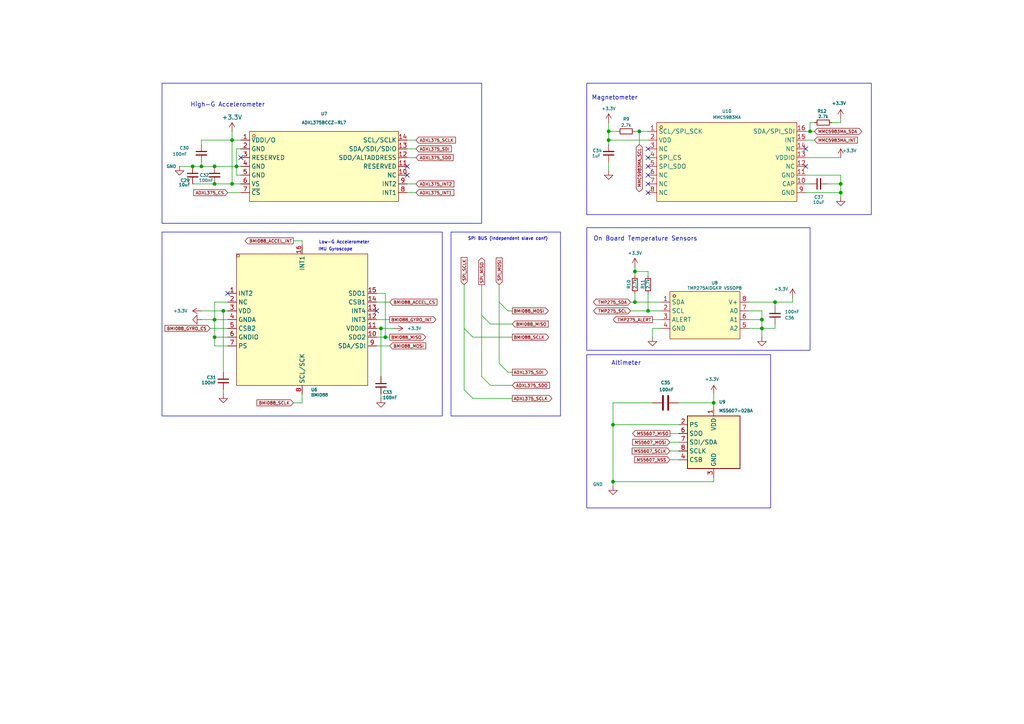
<source format=kicad_sch>
(kicad_sch (version 20250114) (generator "eeschema") (generator_version "9.0")
  (paper "A4")
  (title_block (title "Sensors") (date "2024-09-06") (rev "Tokyo") (company "CUHAR"))
  (lib_symbols
    (symbol "Device:C" (pin_numbers (hide yes)) (pin_names (offset 0.254))
      (property "Reference" "C" (at 0.635 2.54 0))
      (property "Value" "C" (at 0.635 -2.54 0))
      (symbol "C_0_1"
        (polyline (pts (xy -2.032 0.762) (xy 2.032 0.762)) (stroke (width 0.508)))
        (polyline (pts (xy -2.032 -0.762) (xy 2.032 -0.762)) (stroke (width 0.508)))
      )
      (symbol "C_1_1"
        (pin passive line (at 0 3.81 270) (length 2.794) (name "~") (number "1"))
        (pin passive line (at 0 -3.81 90) (length 2.794) (name "~") (number "2"))
      )
    )
    (symbol "Device:C_Small" (pin_numbers (hide yes)) (pin_names (offset 0.254) (hide yes))
      (property "Reference" "C" (at 0.254 1.778 0))
      (property "Value" "C_Small" (at 0.254 -2.032 0))
      (symbol "C_Small_0_1"
        (polyline (pts (xy -1.524 0.508) (xy 1.524 0.508)) (stroke (width 0.3048)))
        (polyline (pts (xy -1.524 -0.508) (xy 1.524 -0.508)) (stroke (width 0.3302)))
      )
      (symbol "C_Small_1_1"
        (pin passive line (at 0 2.54 270) (length 2.032) (name "~") (number "1"))
        (pin passive line (at 0 -2.54 90) (length 2.032) (name "~") (number "2"))
      )
    )
    (symbol "Device:R_Small" (pin_numbers (hide yes)) (pin_names (offset 0.254) (hide yes))
      (property "Reference" "R" (at 0.762 0.508 0))
      (property "Value" "R_Small" (at 0.762 -1.016 0))
      (symbol "R_Small_0_1"
        (rectangle (start -0.762 1.778) (end 0.762 -1.778) (stroke (width 0.2032)))
      )
      (symbol "R_Small_1_1"
        (pin passive line (at 0 2.54 270) (length 0.762) (name "~") (number "1"))
        (pin passive line (at 0 -2.54 90) (length 0.762) (name "~") (number "2"))
      )
    )
    (symbol "EasyEDA:ADXL375BCCZ-RL7"
      (property "Reference" "U" (at 0 12.7 0))
      (property "Value" "ADXL375BCCZ-RL7" (at 0 -12.7 0))
      (symbol "ADXL375BCCZ-RL7_0_1"
        (rectangle (start -21.59 10.16) (end 21.59 -10.16) (fill (type background)))
        (circle (center -20.32 8.89) (radius 0.38))
        (pin unspecified line (at -24.13 7.62 0) (length 2.54) (name "VDDI/O") (number "1"))
        (pin unspecified line (at -24.13 5.08 0) (length 2.54) (name "GND") (number "2"))
        (pin unspecified line (at -24.13 2.54 0) (length 2.54) (name "RESERVED") (number "3"))
        (pin unspecified line (at -24.13 0 0) (length 2.54) (name "GND") (number "4"))
        (pin unspecified line (at -24.13 -2.54 0) (length 2.54) (name "GND") (number "5"))
        (pin unspecified line (at -24.13 -5.08 0) (length 2.54) (name "VS") (number "6"))
        (pin unspecified line (at -24.13 -7.62 0) (length 2.54) (name "~{CS}") (number "7"))
        (pin unspecified line (at 24.13 7.62 180) (length 2.54) (name "SCL/SCLK") (number "14"))
        (pin unspecified line (at 24.13 5.08 180) (length 2.54) (name "SDA/SDI/SDIO") (number "13"))
        (pin unspecified line (at 24.13 2.54 180) (length 2.54) (name "SDO/ALTADDRESS") (number "12"))
        (pin unspecified line (at 24.13 0 180) (length 2.54) (name "RESERVED") (number "11"))
        (pin unspecified line (at 24.13 -2.54 180) (length 2.54) (name "NC") (number "10"))
        (pin unspecified line (at 24.13 -5.08 180) (length 2.54) (name "INT2") (number "9"))
        (pin unspecified line (at 24.13 -7.62 180) (length 2.54) (name "INT1") (number "8"))
      )
    )
    (symbol "EasyEDA:BMI088"
      (property "Reference" "U" (at 0 26.67 0))
      (property "Value" "BMI088" (at 0 -26.67 0))
      (symbol "BMI088_0_1"
        (rectangle (start -19.05 19.05) (end 19.05 -19.05) (fill (type background)))
        (circle (center -18.54 18.54) (radius 0.38))
        (pin unspecified line (at -21.59 7.62 0) (length 2.54) (name "INT2") (number "1"))
        (pin unspecified line (at -21.59 5.08 0) (length 2.54) (name "NC") (number "2"))
        (pin unspecified line (at -21.59 2.54 0) (length 2.54) (name "VDD") (number "3"))
        (pin unspecified line (at -21.59 0 0) (length 2.54) (name "GNDA") (number "4"))
        (pin unspecified line (at -21.59 -2.54 0) (length 2.54) (name "CSB2") (number "5"))
        (pin unspecified line (at -21.59 -5.08 0) (length 2.54) (name "GNDIO") (number "6"))
        (pin unspecified line (at -21.59 -7.62 0) (length 2.54) (name "PS") (number "7"))
        (pin unspecified line (at 0 21.59 270) (length 2.54) (name "INT1") (number "16"))
        (pin unspecified line (at 0 -21.59 90) (length 2.54) (name "SCL/SCK") (number "8"))
        (pin unspecified line (at 21.59 7.62 180) (length 2.54) (name "SDO1") (number "15"))
        (pin unspecified line (at 21.59 5.08 180) (length 2.54) (name "CSB1") (number "14"))
        (pin unspecified line (at 21.59 2.54 180) (length 2.54) (name "INT4") (number "13"))
        (pin unspecified line (at 21.59 0 180) (length 2.54) (name "INT3") (number "12"))
        (pin unspecified line (at 21.59 -2.54 180) (length 2.54) (name "VDDIO") (number "11"))
        (pin unspecified line (at 21.59 -5.08 180) (length 2.54) (name "SDO2") (number "10"))
        (pin unspecified line (at 21.59 -7.62 180) (length 2.54) (name "SDA/SDI") (number "9"))
      )
    )
    (symbol "EasyEDA:MMC5983MA"
      (property "Reference" "U" (at 0 13.97 0))
      (property "Value" "MMC5983MA" (at 0 -13.97 0))
      (symbol "MMC5983MA_0_1"
        (rectangle (start -20.32 11.43) (end 20.32 -11.43) (fill (type background)))
        (circle (center -19.05 10.16) (radius 0.38))
        (pin unspecified line (at -22.86 8.89 0) (length 2.54) (name "SCL/SPI_SCK") (number "1"))
        (pin unspecified line (at -22.86 6.35 0) (length 2.54) (name "VDD") (number "2"))
        (pin unspecified line (at -22.86 3.81 0) (length 2.54) (name "NC") (number "3"))
        (pin unspecified line (at -22.86 1.27 0) (length 2.54) (name "SPI_CS") (number "4"))
        (pin unspecified line (at -22.86 -1.27 0) (length 2.54) (name "SPI_SDO") (number "5"))
        (pin unspecified line (at -22.86 -3.81 0) (length 2.54) (name "NC") (number "6"))
        (pin unspecified line (at -22.86 -6.35 0) (length 2.54) (name "NC") (number "7"))
        (pin unspecified line (at -22.86 -8.89 0) (length 2.54) (name "NC") (number "8"))
        (pin unspecified line (at 22.86 8.89 180) (length 2.54) (name "SDA/SPI_SDI") (number "16"))
        (pin unspecified line (at 22.86 6.35 180) (length 2.54) (name "INT") (number "15"))
        (pin unspecified line (at 22.86 3.81 180) (length 2.54) (name "NC") (number "14"))
        (pin unspecified line (at 22.86 1.27 180) (length 2.54) (name "VDDIO") (number "13"))
        (pin unspecified line (at 22.86 -1.27 180) (length 2.54) (name "NC") (number "12"))
        (pin unspecified line (at 22.86 -3.81 180) (length 2.54) (name "GND") (number "11"))
        (pin unspecified line (at 22.86 -6.35 180) (length 2.54) (name "CAP") (number "10"))
        (pin unspecified line (at 22.86 -8.89 180) (length 2.54) (name "GND") (number "9"))
      )
    )
    (symbol "EasyEDA:TMP275AIDGKRVSSOP8"
      (property "Reference" "U" (at 0 8.89 0))
      (property "Value" "TMP275AIDGKR VSSOP8" (at 0 -8.89 0))
      (symbol "TMP275AIDGKRVSSOP8_0_1"
        (rectangle (start -10.16 6.86) (end 10.16 -6.86) (fill (type background)))
        (circle (center -8.89 5.59) (radius 0.38))
        (circle (center -8.89 5.59) (radius 0.38))
        (pin unspecified line (at -12.7 3.81 0) (length 2.54) (name "SDA") (number "1"))
        (pin unspecified line (at -12.7 1.27 0) (length 2.54) (name "SCL") (number "2"))
        (pin unspecified line (at -12.7 -1.27 0) (length 2.54) (name "ALERT") (number "3"))
        (pin unspecified line (at -12.7 -3.81 0) (length 2.54) (name "GND") (number "4"))
        (pin unspecified line (at 12.7 3.81 180) (length 2.54) (name "V+") (number "8"))
        (pin unspecified line (at 12.7 1.27 180) (length 2.54) (name "A0") (number "7"))
        (pin unspecified line (at 12.7 -1.27 180) (length 2.54) (name "A1") (number "6"))
        (pin unspecified line (at 12.7 -3.81 180) (length 2.54) (name "A2") (number "5"))
      )
    )
    (symbol "Sensor_Pressure:MS5607-02BA"
      (property "Reference" "U" (at -6.35 8.89 0))
      (property "Value" "MS5607-02BA" (at 7.62 8.89 0))
      (symbol "MS5607-02BA_0_1"
        (rectangle (start -7.62 7.62) (end 7.62 -7.62) (stroke (width 0.254)) (fill (type background)))
      )
      (symbol "MS5607-02BA_1_1"
        (pin input line (at -10.16 5.08 0) (length 2.54) (name "PS") (number "2"))
        (pin output line (at -10.16 2.54 0) (length 2.54) (name "SDO") (number "6"))
        (pin bidirectional line (at -10.16 0 0) (length 2.54) (name "SDI/SDA") (number "7"))
        (pin input line (at -10.16 -2.54 0) (length 2.54) (name "SCLK") (number "8"))
        (pin input line (at -10.16 -5.08 0) (length 2.54) (name "CSB") (number "4"))
        (pin input line (at -10.16 -5.08 0) (length 2.54) (hide yes) (name "CSB") (number "5"))
        (pin power_in line (at 0 10.16 270) (length 2.54) (name "VDD") (number "1"))
        (pin power_in line (at 0 -10.16 90) (length 2.54) (name "GND") (number "3"))
      )
    )
    (symbol "power:+3.3V" (power) (pin_numbers (hide yes)) (pin_names (offset 0) (hide yes))
      (property "Value" "+3.3V" (at 0 3.556 0))
      (symbol "+3.3V_0_1"
        (polyline (pts (xy -0.762 1.27) (xy 0 2.54)))
        (polyline (pts (xy 0 2.54) (xy 0.762 1.27)))
        (polyline (pts (xy 0 0) (xy 0 2.54)))
      )
      (symbol "+3.3V_1_1"
        (pin power_in line (at 0 0 90) (length 0) (name "~") (number "1"))
      )
    )
    (symbol "power:GND" (power) (pin_numbers (hide yes)) (pin_names (offset 0) (hide yes))
      (property "Value" "GND" (at 0 -3.81 0))
      (symbol "GND_0_1"
        (polyline (pts (xy 0 0) (xy 0 -1.27) (xy 1.27 -1.27) (xy 0 -2.54) (xy -1.27 -1.27) (xy 0 -1.27)))
      )
      (symbol "GND_1_1"
        (pin power_in line (at 0 0 270) (length 0) (name "~") (number "1"))
      )
    )
  )
  (rectangle (start 170.18 24.13) (end 252.73 62.23))
  (rectangle (start 46.99 24.13) (end 139.7 64.77))
  (rectangle (start 46.99 67.31) (end 128.27 120.65))
  (rectangle (start 130.81 67.31) (end 162.56 120.65))
  (rectangle (start 170.18 102.87) (end 223.52 147.32))
  (rectangle (start 170.18 66.04) (end 234.95 101.6))
  (text "Altimeter" (at 181.61 105.41 0) (effects (font (size 1.27 1.27))))
  (text "Low-G Accelerometer" (at 99.822 70.358 0) (effects (font (size 0.889 0.889))))
  (text "On Board Temperature Sensors" (at 187.198 69.342 0) (effects (font (size 1.27 1.27))))
  (text "Magnetometer" (at 178.308 28.448 0) (effects (font (size 1.27 1.27))))
  (text "SPI BUS (Independent slave conf)" (at 147.32 69.342 0) (effects (font (size 0.889 0.889))))
  (text "High-G Accelerometer" (at 66.04 30.48 0) (effects (font (size 1.27 1.27))))
  (text "IMU Gyroscope" (at 97.282 72.39 0) (effects (font (size 0.889 0.889))))
  (junction (at 220.98 95.25))
  (junction (at 184.15 87.63))
  (junction (at 62.23 92.71))
  (junction (at 243.84 55.88))
  (junction (at 220.98 92.71))
  (junction (at 176.53 38.1))
  (junction (at 207.01 116.84))
  (junction (at 64.77 90.17))
  (junction (at 177.8 139.7))
  (junction (at 187.96 90.17))
  (junction (at 177.8 123.19))
  (junction (at 58.42 48.26))
  (junction (at 55.88 48.26))
  (junction (at 176.53 40.64))
  (junction (at 224.79 87.63))
  (junction (at 62.23 97.79))
  (junction (at 243.84 53.34))
  (junction (at 62.23 53.34))
  (junction (at 67.31 40.64))
  (junction (at 67.31 53.34))
  (junction (at 184.15 78.74))
  (junction (at 68.58 48.26))
  (junction (at 185.42 38.1))
  (junction (at 234.95 38.1))
  (junction (at 110.49 95.25))
  (junction (at 111.76 97.79))
  (junction (at 62.23 48.26))
  (no_connect (at 187.96 48.26))
  (no_connect (at 187.96 45.72))
  (no_connect (at 118.11 50.8))
  (no_connect (at 187.96 43.18))
  (no_connect (at 69.85 45.72))
  (no_connect (at 66.04 85.09))
  (no_connect (at 233.68 48.26))
  (no_connect (at 187.96 55.88))
  (no_connect (at 109.22 90.17))
  (no_connect (at 233.68 43.18))
  (no_connect (at 187.96 50.8))
  (no_connect (at 118.11 48.26))
  (no_connect (at 187.96 53.34))
  (bus_entry (at 134.62 113.03) (size 2.54 2.54))
  (bus_entry (at 144.78 87.63) (size 2.54 2.54))
  (bus_entry (at 139.7 91.44) (size 2.54 2.54))
  (bus_entry (at 134.62 95.25) (size 2.54 2.54))
  (bus_entry (at 144.78 105.41) (size 2.54 2.54))
  (bus_entry (at 139.7 109.22) (size 2.54 2.54))
  (wire (pts (xy 110.49 95.25) (xy 114.3 95.25)))
  (wire (pts (xy 67.31 40.64) (xy 67.31 53.34)))
  (wire (pts (xy 243.84 55.88) (xy 243.84 57.15)))
  (wire (pts (xy 240.03 53.34) (xy 243.84 53.34)))
  (wire (pts (xy 243.84 34.29) (xy 243.84 35.56)))
  (wire (pts (xy 176.53 38.1) (xy 176.53 40.64)))
  (wire (pts (xy 176.53 35.56) (xy 176.53 38.1)))
  (wire (pts (xy 68.58 48.26) (xy 68.58 50.8)))
  (wire (pts (xy 220.98 95.25) (xy 224.79 95.25)))
  (wire (pts (xy 58.42 46.99) (xy 58.42 48.26)))
  (wire (pts (xy 67.31 53.34) (xy 69.85 53.34)))
  (wire (pts (xy 142.24 111.76) (xy 148.59 111.76)))
  (wire (pts (xy 182.88 90.17) (xy 187.96 90.17)))
  (wire (pts (xy 196.85 123.19) (xy 177.8 123.19)))
  (wire (pts (xy 66.04 87.63) (xy 62.23 87.63)))
  (wire (pts (xy 85.09 69.85) (xy 87.63 69.85)))
  (wire (pts (xy 207.01 116.84) (xy 207.01 118.11)))
  (wire (pts (xy 224.79 87.63) (xy 229.87 87.63)))
  (wire (pts (xy 220.98 92.71) (xy 220.98 95.25)))
  (wire (pts (xy 111.76 97.79) (xy 109.22 97.79)))
  (wire (pts (xy 87.63 116.84) (xy 87.63 114.3)))
  (wire (pts (xy 184.15 38.1) (xy 185.42 38.1)))
  (wire (pts (xy 62.23 92.71) (xy 66.04 92.71)))
  (wire (pts (xy 189.23 92.71) (xy 191.77 92.71)))
  (wire (pts (xy 217.17 92.71) (xy 220.98 92.71)))
  (wire (pts (xy 87.63 69.85) (xy 87.63 71.12)))
  (wire (pts (xy 142.24 93.98) (xy 148.59 93.98)))
  (wire (pts (xy 217.17 90.17) (xy 220.98 90.17)))
  (wire (pts (xy 58.42 90.17) (xy 64.77 90.17)))
  (wire (pts (xy 243.84 35.56) (xy 241.3 35.56)))
  (wire (pts (xy 224.79 88.9) (xy 224.79 87.63)))
  (wire (pts (xy 177.8 123.19) (xy 177.8 116.84)))
  (wire (pts (xy 69.85 40.64) (xy 67.31 40.64)))
  (wire (pts (xy 62.23 87.63) (xy 62.23 92.71)))
  (wire (pts (xy 139.7 82.55) (xy 139.7 91.44)))
  (wire (pts (xy 176.53 38.1) (xy 179.07 38.1)))
  (wire (pts (xy 177.8 139.7) (xy 177.8 123.19)))
  (wire (pts (xy 55.88 48.26) (xy 58.42 48.26)))
  (wire (pts (xy 177.8 139.7) (xy 207.01 139.7)))
  (wire (pts (xy 64.77 90.17) (xy 66.04 90.17)))
  (wire (pts (xy 184.15 78.74) (xy 187.96 78.74)))
  (wire (pts (xy 177.8 116.84) (xy 189.23 116.84)))
  (wire (pts (xy 109.22 87.63) (xy 113.03 87.63)))
  (wire (pts (xy 184.15 77.47) (xy 184.15 78.74)))
  (wire (pts (xy 233.68 45.72) (xy 243.84 45.72)))
  (wire (pts (xy 109.22 95.25) (xy 110.49 95.25)))
  (wire (pts (xy 134.62 82.55) (xy 134.62 95.25)))
  (wire (pts (xy 58.42 40.64) (xy 58.42 41.91)))
  (wire (pts (xy 176.53 40.64) (xy 176.53 41.91)))
  (wire (pts (xy 176.53 46.99) (xy 176.53 49.53)))
  (wire (pts (xy 110.49 114.3) (xy 110.49 115.57)))
  (wire (pts (xy 187.96 90.17) (xy 191.77 90.17)))
  (wire (pts (xy 68.58 48.26) (xy 69.85 48.26)))
  (wire (pts (xy 118.11 40.64) (xy 120.65 40.64)))
  (wire (pts (xy 118.11 45.72) (xy 120.65 45.72)))
  (wire (pts (xy 194.31 130.81) (xy 196.85 130.81)))
  (wire (pts (xy 207.01 138.43) (xy 207.01 139.7)))
  (wire (pts (xy 118.11 43.18) (xy 120.65 43.18)))
  (wire (pts (xy 85.09 116.84) (xy 87.63 116.84)))
  (wire (pts (xy 233.68 55.88) (xy 243.84 55.88)))
  (wire (pts (xy 66.04 55.88) (xy 69.85 55.88)))
  (wire (pts (xy 111.76 85.09) (xy 111.76 97.79)))
  (wire (pts (xy 233.68 38.1) (xy 234.95 38.1)))
  (wire (pts (xy 229.87 87.63) (xy 229.87 86.36)))
  (wire (pts (xy 224.79 93.98) (xy 224.79 95.25)))
  (wire (pts (xy 67.31 38.1) (xy 67.31 40.64)))
  (wire (pts (xy 184.15 78.74) (xy 184.15 80.01)))
  (wire (pts (xy 187.96 85.09) (xy 187.96 90.17)))
  (wire (pts (xy 68.58 43.18) (xy 68.58 48.26)))
  (wire (pts (xy 60.96 95.25) (xy 66.04 95.25)))
  (wire (pts (xy 137.16 97.79) (xy 148.59 97.79)))
  (wire (pts (xy 233.68 50.8) (xy 243.84 50.8)))
  (wire (pts (xy 233.68 40.64) (xy 236.22 40.64)))
  (wire (pts (xy 189.23 95.25) (xy 189.23 97.79)))
  (wire (pts (xy 68.58 50.8) (xy 69.85 50.8)))
  (wire (pts (xy 144.78 82.55) (xy 144.78 87.63)))
  (wire (pts (xy 207.01 114.3) (xy 207.01 116.84)))
  (wire (pts (xy 55.88 53.34) (xy 62.23 53.34)))
  (wire (pts (xy 109.22 85.09) (xy 111.76 85.09)))
  (wire (pts (xy 58.42 92.71) (xy 62.23 92.71)))
  (wire (pts (xy 134.62 95.25) (xy 134.62 113.03)))
  (wire (pts (xy 69.85 43.18) (xy 68.58 43.18)))
  (wire (pts (xy 233.68 53.34) (xy 234.95 53.34)))
  (wire (pts (xy 185.42 38.1) (xy 187.96 38.1)))
  (wire (pts (xy 109.22 100.33) (xy 113.03 100.33)))
  (wire (pts (xy 184.15 85.09) (xy 184.15 87.63)))
  (wire (pts (xy 58.42 48.26) (xy 62.23 48.26)))
  (wire (pts (xy 62.23 48.26) (xy 68.58 48.26)))
  (wire (pts (xy 64.77 113.03) (xy 64.77 114.3)))
  (wire (pts (xy 196.85 116.84) (xy 207.01 116.84)))
  (wire (pts (xy 147.32 90.17) (xy 148.59 90.17)))
  (wire (pts (xy 137.16 115.57) (xy 148.59 115.57)))
  (wire (pts (xy 234.95 38.1) (xy 236.22 38.1)))
  (wire (pts (xy 139.7 91.44) (xy 139.7 109.22)))
  (wire (pts (xy 234.95 35.56) (xy 234.95 38.1)))
  (wire (pts (xy 217.17 95.25) (xy 220.98 95.25)))
  (wire (pts (xy 187.96 78.74) (xy 187.96 80.01)))
  (wire (pts (xy 236.22 35.56) (xy 234.95 35.56)))
  (wire (pts (xy 185.42 38.1) (xy 185.42 41.91)))
  (wire (pts (xy 243.84 53.34) (xy 243.84 55.88)))
  (wire (pts (xy 182.88 87.63) (xy 184.15 87.63)))
  (wire (pts (xy 243.84 53.34) (xy 243.84 50.8)))
  (wire (pts (xy 194.31 125.73) (xy 196.85 125.73)))
  (wire (pts (xy 147.32 107.95) (xy 148.59 107.95)))
  (wire (pts (xy 109.22 92.71) (xy 113.03 92.71)))
  (wire (pts (xy 64.77 90.17) (xy 64.77 107.95)))
  (wire (pts (xy 177.8 139.7) (xy 177.8 140.97)))
  (wire (pts (xy 194.31 128.27) (xy 196.85 128.27)))
  (wire (pts (xy 66.04 97.79) (xy 62.23 97.79)))
  (wire (pts (xy 62.23 53.34) (xy 67.31 53.34)))
  (wire (pts (xy 220.98 90.17) (xy 220.98 92.71)))
  (wire (pts (xy 118.11 53.34) (xy 120.65 53.34)))
  (wire (pts (xy 52.07 48.26) (xy 55.88 48.26)))
  (wire (pts (xy 62.23 92.71) (xy 62.23 97.79)))
  (wire (pts (xy 176.53 40.64) (xy 187.96 40.64)))
  (wire (pts (xy 62.23 97.79) (xy 62.23 100.33)))
  (wire (pts (xy 217.17 87.63) (xy 224.79 87.63)))
  (wire (pts (xy 220.98 95.25) (xy 220.98 97.79)))
  (wire (pts (xy 67.31 40.64) (xy 58.42 40.64)))
  (wire (pts (xy 144.78 87.63) (xy 144.78 105.41)))
  (wire (pts (xy 189.23 95.25) (xy 191.77 95.25)))
  (wire (pts (xy 194.31 133.35) (xy 196.85 133.35)))
  (wire (pts (xy 110.49 95.25) (xy 110.49 109.22)))
  (wire (pts (xy 111.76 97.79) (xy 113.03 97.79)))
  (wire (pts (xy 62.23 100.33) (xy 66.04 100.33)))
  (wire (pts (xy 184.15 87.63) (xy 191.77 87.63)))
  (wire (pts (xy 118.11 55.88) (xy 120.65 55.88)))
  (global_label "ADXL375_SDO" (shape input) (at 148.59 111.76 0) (effects (font (size 0.889 0.889))) (property "Intersheetrefs" "${INTERSHEET_REFS}" (effects (hide yes))))
  (global_label "BMI088_MISO" (shape output) (at 113.03 97.79 0) (effects (font (size 0.889 0.889))) (property "Intersheetrefs" "${INTERSHEET_REFS}" (effects (hide yes))))
  (global_label "MS5607_NSS" (shape input) (at 194.31 133.35 180) (effects (font (size 0.889 0.889))) (property "Intersheetrefs" "${INTERSHEET_REFS}" (effects (hide yes))))
  (global_label "ADXL375_INT1" (shape input) (at 120.65 55.88 0) (effects (font (size 0.889 0.889))) (property "Intersheetrefs" "${INTERSHEET_REFS}" (effects (hide yes))))
  (global_label "MMC5983MA_INT" (shape input) (at 236.22 40.64 0) (effects (font (size 0.889 0.889))) (property "Intersheetrefs" "${INTERSHEET_REFS}" (effects (hide yes))))
  (global_label "BMI088_ACCEL_CS" (shape input) (at 113.03 87.63 0) (effects (font (size 0.889 0.889))) (property "Intersheetrefs" "${INTERSHEET_REFS}" (effects (hide yes))))
  (global_label "SPI_MISO" (shape output) (at 139.7 82.55 90) (effects (font (size 0.889 0.889))) (property "Intersheetrefs" "${INTERSHEET_REFS}" (effects (hide yes))))
  (global_label "TMP275_SDA" (shape bidirectional) (at 182.88 87.63 180) (effects (font (size 0.889 0.889))) (property "Intersheetrefs" "${INTERSHEET_REFS}" (effects (hide yes))))
  (global_label "SPI_SCLK" (shape input) (at 134.62 82.55 90) (effects (font (size 0.889 0.889))) (property "Intersheetrefs" "${INTERSHEET_REFS}" (effects (hide yes))))
  (global_label "ADXL375_SDI" (shape output) (at 148.59 107.95 0) (effects (font (size 0.889 0.889))) (property "Intersheetrefs" "${INTERSHEET_REFS}" (effects (hide yes))))
  (global_label "ADXL375_SDO" (shape input) (at 120.65 45.72 0) (effects (font (size 0.889 0.889))) (property "Intersheetrefs" "${INTERSHEET_REFS}" (effects (hide yes))))
  (global_label "BMI088_MOSI" (shape output) (at 148.59 90.17 0) (effects (font (size 0.889 0.889))) (property "Intersheetrefs" "${INTERSHEET_REFS}" (effects (hide yes))))
  (global_label "MS5607_MOSI" (shape input) (at 194.31 128.27 180) (effects (font (size 0.889 0.889))) (property "Intersheetrefs" "${INTERSHEET_REFS}" (effects (hide yes))))
  (global_label "MMC5983MA_SCL" (shape bidirectional) (at 185.42 41.91 270) (effects (font (size 0.889 0.889))) (property "Intersheetrefs" "${INTERSHEET_REFS}" (effects (hide yes))))
  (global_label "ADXL375_SCLK" (shape input) (at 120.65 40.64 0) (effects (font (size 0.889 0.889))) (property "Intersheetrefs" "${INTERSHEET_REFS}" (effects (hide yes))))
  (global_label "BMI088_ACCEL_INT" (shape output) (at 85.09 69.85 180) (effects (font (size 0.889 0.889))) (property "Intersheetrefs" "${INTERSHEET_REFS}" (effects (hide yes))))
  (global_label "TMP275_SCL" (shape bidirectional) (at 182.88 90.17 180) (effects (font (size 0.889 0.889))) (property "Intersheetrefs" "${INTERSHEET_REFS}" (effects (hide yes))))
  (global_label "BMI088_GYRO_CS" (shape input) (at 60.96 95.25 180) (effects (font (size 0.889 0.889))) (property "Intersheetrefs" "${INTERSHEET_REFS}" (effects (hide yes))))
  (global_label "ADXL375_CS" (shape input) (at 66.04 55.88 180) (effects (font (size 0.889 0.889))) (property "Intersheetrefs" "${INTERSHEET_REFS}" (effects (hide yes))))
  (global_label "SPI_MOSI" (shape input) (at 144.78 82.55 90) (effects (font (size 0.889 0.889))) (property "Intersheetrefs" "${INTERSHEET_REFS}" (effects (hide yes))))
  (global_label "MS5607_SCLK" (shape input) (at 194.31 130.81 180) (effects (font (size 0.889 0.889))) (property "Intersheetrefs" "${INTERSHEET_REFS}" (effects (hide yes))))
  (global_label "BMI088_GYRO_INT" (shape output) (at 113.03 92.71 0) (effects (font (size 0.889 0.889))) (property "Intersheetrefs" "${INTERSHEET_REFS}" (effects (hide yes))))
  (global_label "BMI088_SCLK" (shape output) (at 148.59 97.79 0) (effects (font (size 0.889 0.889))) (property "Intersheetrefs" "${INTERSHEET_REFS}" (effects (hide yes))))
  (global_label "BMI088_MOSI" (shape input) (at 113.03 100.33 0) (effects (font (size 0.889 0.889))) (property "Intersheetrefs" "${INTERSHEET_REFS}" (effects (hide yes))))
  (global_label "ADXL375_SCLK" (shape output) (at 148.59 115.57 0) (effects (font (size 0.889 0.889))) (property "Intersheetrefs" "${INTERSHEET_REFS}" (effects (hide yes))))
  (global_label "ADXL375_INT2" (shape input) (at 120.65 53.34 0) (effects (font (size 0.889 0.889))) (property "Intersheetrefs" "${INTERSHEET_REFS}" (effects (hide yes))))
  (global_label "MMC5983MA_SDA" (shape bidirectional) (at 236.22 38.1 0) (effects (font (size 0.889 0.889))) (property "Intersheetrefs" "${INTERSHEET_REFS}" (effects (hide yes))))
  (global_label "MS5607_MISO" (shape output) (at 194.31 125.73 180) (effects (font (size 0.889 0.889))) (property "Intersheetrefs" "${INTERSHEET_REFS}" (effects (hide yes))))
  (global_label "BMI088_SCLK" (shape input) (at 85.09 116.84 180) (effects (font (size 0.889 0.889))) (property "Intersheetrefs" "${INTERSHEET_REFS}" (effects (hide yes))))
  (global_label "BMI088_MISO" (shape input) (at 148.59 93.98 0) (effects (font (size 0.889 0.889))) (property "Intersheetrefs" "${INTERSHEET_REFS}" (effects (hide yes))))
  (global_label "ADXL375_SDI" (shape input) (at 120.65 43.18 0) (effects (font (size 0.889 0.889))) (property "Intersheetrefs" "${INTERSHEET_REFS}" (effects (hide yes))))
  (global_label "TMP275_ALERT" (shape output) (at 189.23 92.71 180) (effects (font (size 0.889 0.889))) (property "Intersheetrefs" "${INTERSHEET_REFS}" (effects (hide yes))))
  (symbol (lib_id "power:GND") (at 220.98 97.79 0) (unit 1)
    (property "Reference" "#PWR057" (effects (hide yes)))
    (property "Value" "GND" (effects (hide yes)))
    (property "Description" "Power symbol creates a global label with name \"GND\" , ground" (effects (hide yes)))
  )
  (symbol (lib_id "power:+3.3V") (at 243.84 34.29 0) (unit 1)
    (property "Reference" "#PWR059" (effects (hide yes)))
    (property "Value" "+3.3V" (at 243.332 29.972 0) (effects (font (size 0.889 0.889))))
    (property "Description" "Power symbol creates a global label with name \"+3.3V\"" (effects (hide yes)))
  )
  (symbol (lib_id "Device:C_Small") (at 176.53 44.45 180) (unit 1)
    (property "Reference" "C34" (at 173.228 43.688 0) (effects (font (size 0.889 0.889))))
    (property "Value" "1uF" (at 172.974 45.212 0) (effects (font (size 0.889 0.889))))
    (property "Footprint" "Capacitor_SMD:C_0402_1005Metric_Pad0.74x0.62mm_HandSolder" (effects (hide yes)))
    (property "Description" "Unpolarized capacitor, small symbol" (effects (hide yes)))
  )
  (symbol (lib_id "power:GND") (at 64.77 114.3 0) (unit 1)
    (property "Reference" "#PWR048" (effects (hide yes)))
    (property "Value" "GND" (effects (hide yes)))
    (property "Description" "Power symbol creates a global label with name \"GND\" , ground" (effects (hide yes)))
  )
  (symbol (lib_id "Device:C_Small") (at 224.79 91.44 180) (unit 1)
    (property "Reference" "C36" (at 230.378 92.202 0) (effects (font (size 0.889 0.889)) (justify left)))
    (property "Value" "100nF" (at 231.902 90.424 0) (effects (font (size 0.889 0.889)) (justify left)))
    (property "Footprint" "Capacitor_SMD:C_0402_1005Metric" (effects (hide yes)))
    (property "Description" "Unpolarized capacitor, small symbol" (effects (hide yes)))
  )
  (symbol (lib_id "power:+3.3V") (at 243.84 45.72 0) (unit 1)
    (property "Reference" "#PWR060" (effects (hide yes)))
    (property "Value" "+3.3V" (at 246.38 43.688 0) (effects (font (size 0.889 0.889))))
    (property "Description" "Power symbol creates a global label with name \"+3.3V\"" (effects (hide yes)))
  )
  (symbol (lib_id "power:+3.3V") (at 58.42 90.17 90) (unit 1)
    (property "Reference" "#PWR046" (effects (hide yes)))
    (property "Value" "+3.3V" (at 52.324 90.17 90) (effects (font (size 0.889 0.889))))
    (property "Description" "Power symbol creates a global label with name \"+3.3V\"" (effects (hide yes)))
  )
  (symbol (lib_id "power:GND") (at 110.49 115.57 0) (unit 1)
    (property "Reference" "#PWR049" (effects (hide yes)))
    (property "Value" "GND" (effects (hide yes)))
    (property "Description" "Power symbol creates a global label with name \"GND\" , ground" (effects (hide yes)))
  )
  (symbol (lib_id "Device:R_Small") (at 184.15 82.55 0) (unit 1)
    (property "Reference" "R10" (at 182.372 83.82 90) (effects (font (size 0.889 0.889)) (justify left)))
    (property "Value" "2.7k" (at 184.15 83.82 90) (effects (font (size 0.889 0.889)) (justify left)))
    (property "Footprint" "Resistor_SMD:R_0402_1005Metric" (effects (hide yes)))
    (property "Description" "Resistor, small symbol" (effects (hide yes)))
  )
  (symbol (lib_id "power:GND") (at 176.53 49.53 0) (unit 1)
    (property "Reference" "#PWR052" (effects (hide yes)))
    (property "Value" "GND" (effects (hide yes)))
    (property "Description" "Power symbol creates a global label with name \"GND\" , ground" (effects (hide yes)))
  )
  (symbol (lib_id "Device:R_Small") (at 238.76 35.56 90) (unit 1)
    (property "Reference" "R12" (at 239.776 32.258 90) (effects (font (size 0.889 0.889)) (justify left)))
    (property "Value" "2.7k" (at 240.284 33.782 90) (effects (font (size 0.889 0.889)) (justify left)))
    (property "Footprint" "Resistor_SMD:R_0402_1005Metric_Pad0.72x0.64mm_HandSolder" (effects (hide yes)))
    (property "Description" "Resistor, small symbol" (effects (hide yes)))
  )
  (symbol (lib_id "Device:C") (at 193.04 116.84 90) (unit 1)
    (property "Reference" "C35" (at 193.04 110.998 90) (effects (font (size 0.889 0.889))))
    (property "Value" "100nF" (at 193.294 113.03 90) (effects (font (size 0.889 0.889))))
    (property "Footprint" "Capacitor_SMD:C_0402_1005Metric" (effects (hide yes)))
    (property "Description" "Unpolarized capacitor" (effects (hide yes)))
  )
  (symbol (lib_id "Device:C_Small") (at 110.49 111.76 0) (unit 1)
    (property "Reference" "C33" (at 110.998 113.792 0) (effects (font (size 0.889 0.889)) (justify left)))
    (property "Value" "100nF" (at 110.998 115.316 0) (effects (font (size 0.889 0.889)) (justify left)))
    (property "Footprint" "Capacitor_SMD:C_0402_1005Metric" (effects (hide yes)))
    (property "Description" "Unpolarized capacitor, small symbol" (effects (hide yes)))
  )
  (symbol (lib_id "power:+3.3V") (at 176.53 35.56 0) (unit 1)
    (property "Reference" "#PWR051" (effects (hide yes)))
    (property "Value" "+3.3V" (at 176.53 31.496 0) (effects (font (size 0.889 0.889))))
    (property "Description" "Power symbol creates a global label with name \"+3.3V\"" (effects (hide yes)))
  )
  (symbol (lib_id "EasyEDA:TMP275AIDGKRVSSOP8") (at 204.47 91.44 0) (unit 1)
    (property "Reference" "U8" (at 207.264 82.042 0) (effects (font (size 0.889 0.889))))
    (property "Value" "TMP275AIDGKR VSSOP8" (at 207.264 83.566 0) (effects (font (size 0.889 0.889))))
    (property "Footprint" "EasyEDA:VSSOP-8_L3.0-W3.0-P0.65-LS5.0-BL" (effects (hide yes)))
    (property "Datasheet" "https://lcsc.com/product-detail/Temperature-Sensors_TI_TMP275AIDGKR-VSSOP8_TMP275AIDGKR_C87815.html" (effects (hide yes)))
    (property "LCSC Part" "C87815" (effects (hide yes)))
  )
  (symbol (lib_id "power:+3.3V") (at 229.87 86.36 0) (unit 1)
    (property "Reference" "#PWR058" (effects (hide yes)))
    (property "Value" "+3.3V" (at 226.568 83.82 0) (effects (font (size 0.889 0.889))))
    (property "Description" "Power symbol creates a global label with name \"+3.3V\"" (effects (hide yes)))
  )
  (symbol (lib_id "power:GND") (at 243.84 57.15 0) (unit 1)
    (property "Reference" "#PWR061" (effects (hide yes)))
    (property "Value" "GND" (effects (hide yes)))
    (property "Description" "Power symbol creates a global label with name \"GND\" , ground" (effects (hide yes)))
  )
  (symbol (lib_id "Device:C_Small") (at 55.88 50.8 0) (unit 1)
    (property "Reference" "C29" (at 52.324 52.324 0) (effects (font (size 0.889 0.889)) (justify left)))
    (property "Value" "10uF" (at 51.816 53.594 0) (effects (font (size 0.889 0.889)) (justify left)))
    (property "Footprint" "Capacitor_SMD:C_0402_1005Metric" (effects (hide yes)))
    (property "Description" "Unpolarized capacitor, small symbol" (effects (hide yes)))
  )
  (symbol (lib_id "Device:C_Small") (at 58.42 44.45 0) (unit 1)
    (property "Reference" "C30" (at 52.07 42.926 0) (effects (font (size 0.889 0.889)) (justify left)))
    (property "Value" "100nF" (at 50.038 44.704 0) (effects (font (size 0.889 0.889)) (justify left)))
    (property "Footprint" "Capacitor_SMD:C_0402_1005Metric" (effects (hide yes)))
    (property "Description" "Unpolarized capacitor, small symbol" (effects (hide yes)))
  )
  (symbol (lib_id "power:+3.3V") (at 207.01 114.3 0) (unit 1)
    (property "Reference" "#PWR056" (effects (hide yes)))
    (property "Value" "+3.3V" (at 206.502 109.982 0) (effects (font (size 0.889 0.889))))
    (property "Description" "Power symbol creates a global label with name \"+3.3V\"" (effects (hide yes)))
  )
  (symbol (lib_id "Device:R_Small") (at 187.96 82.55 0) (unit 1)
    (property "Reference" "R11" (at 186.436 83.82 90) (effects (font (size 0.889 0.889)) (justify left)))
    (property "Value" "2.7k" (at 187.96 83.82 90) (effects (font (size 0.889 0.889)) (justify left)))
    (property "Footprint" "Resistor_SMD:R_0402_1005Metric" (effects (hide yes)))
    (property "Description" "Resistor, small symbol" (effects (hide yes)))
  )
  (symbol (lib_id "power:GND") (at 58.42 92.71 270) (unit 1)
    (property "Reference" "#PWR047" (effects (hide yes)))
    (property "Value" "GND" (effects (hide yes)))
    (property "Description" "Power symbol creates a global label with name \"GND\" , ground" (effects (hide yes)))
  )
  (symbol (lib_id "power:+3.3V") (at 114.3 95.25 270) (unit 1)
    (property "Reference" "#PWR050" (effects (hide yes)))
    (property "Value" "+3.3V" (at 120.142 95.25 90) (effects (font (size 0.889 0.889))))
    (property "Description" "Power symbol creates a global label with name \"+3.3V\"" (effects (hide yes)))
  )
  (symbol (lib_id "Device:C_Small") (at 64.77 110.49 0) (unit 1)
    (property "Reference" "C31" (at 59.944 109.474 0) (effects (font (size 0.889 0.889)) (justify left)))
    (property "Value" "100nF" (at 58.42 110.998 0) (effects (font (size 0.889 0.889)) (justify left)))
    (property "Footprint" "Capacitor_SMD:C_0402_1005Metric" (effects (hide yes)))
    (property "Description" "Unpolarized capacitor, small symbol" (effects (hide yes)))
  )
  (symbol (lib_id "power:GND") (at 177.8 140.97 0) (unit 1)
    (property "Reference" "#PWR053" (effects (hide yes)))
    (property "Value" "GND" (at 171.958 140.462 0) (effects (font (size 0.889 0.889)) (justify left)))
    (property "Description" "Power symbol creates a global label with name \"GND\" , ground" (effects (hide yes)))
  )
  (symbol (lib_id "EasyEDA:MMC5983MA") (at 210.82 46.99 0) (unit 1)
    (property "Reference" "U10" (at 210.82 32.258 0) (effects (font (size 0.889 0.889))))
    (property "Value" "MMC5983MA" (at 210.82 34.036 0) (effects (font (size 0.889 0.889))))
    (property "Footprint" "EasyEDA:LGA-16_L3.0-W3.0-P0.50-BL_SQ" (effects (hide yes)))
    (property "Datasheet" "https://lcsc.com/product-detail/Magnetic-Sensors_MEMSIC-MMC5983MA_C404329.html" (effects (hide yes)))
    (property "LCSC Part" "C404329" (effects (hide yes)))
  )
  (symbol (lib_id "Device:C_Small") (at 237.49 53.34 90) (unit 1)
    (property "Reference" "C37" (at 237.49 57.15 90) (effects (font (size 0.889 0.889))))
    (property "Value" "10uF" (at 237.49 58.674 90) (effects (font (size 0.889 0.889))))
    (property "Footprint" "Capacitor_SMD:C_0402_1005Metric_Pad0.74x0.62mm_HandSolder" (effects (hide yes)))
    (property "Description" "Unpolarized capacitor, small symbol" (effects (hide yes)))
  )
  (symbol (lib_id "EasyEDA:ADXL375BCCZ-RL7") (at 93.98 48.26 0) (unit 1)
    (property "Reference" "U7" (at 93.98 33.02 0) (effects (font (size 0.889 0.889))))
    (property "Value" "ADXL375BCCZ-RL7" (at 93.98 35.56 0) (effects (font (size 0.889 0.889))))
    (property "Footprint" "EasyEDA:LGA-14_L5.0-W3.0-P0.80-BL" (effects (hide yes)))
    (property "Datasheet" "https://lcsc.com/product-detail/New-Arrivals_Analog-Devices-ADI-ADXL375BCCZ-RL7_C481898.html" (effects (hide yes)))
    (property "LCSC Part" "C481898 " (effects (hide yes)))
  )
  (symbol (lib_id "power:+3.3V") (at 67.31 38.1 0) (unit 1)
    (property "Reference" "#PWR0119" (effects (hide yes)))
    (property "Value" "+3.3V" (at 67.31 34.036 0))
    (property "Description" "Power symbol creates a global label with name \"+3.3V\"" (effects (hide yes)))
  )
  (symbol (lib_id "EasyEDA:BMI088") (at 87.63 92.71 0) (unit 1)
    (property "Reference" "U6" (at 90.17 113.03 0) (effects (font (size 0.889 0.889)) (justify left)))
    (property "Value" "BMI088" (at 90.17 114.554 0) (effects (font (size 0.889 0.889)) (justify left)))
    (property "Footprint" "EasyEDA:LGA-16_L4.5-W3.0-P0.50-BL" (effects (hide yes)))
    (property "Datasheet" "https://lcsc.com/product-detail/Others_Bosch-Sensortec_BMI088_Bosch-Sensortec-BMI088_C194919.html" (effects (hide yes)))
    (property "LCSC Part" "C194919" (effects (hide yes)))
  )
  (symbol (lib_id "power:GND") (at 189.23 97.79 0) (unit 1)
    (property "Reference" "#PWR055" (effects (hide yes)))
    (property "Value" "GND" (effects (hide yes)))
    (property "Description" "Power symbol creates a global label with name \"GND\" , ground" (effects (hide yes)))
  )
  (symbol (lib_id "Sensor_Pressure:MS5607-02BA") (at 207.01 128.27 0) (unit 1)
    (property "Reference" "U9" (at 208.534 116.586 0) (effects (font (size 0.889 0.889)) (justify left)))
    (property "Value" "MS5607-02BA" (at 208.534 119.126 0) (effects (font (size 0.889 0.889)) (justify left)))
    (property "Footprint" "Package_LGA:LGA-8_3x5mm_P1.25mm" (effects (hide yes)))
    (property "Datasheet" "https://www.te.com/commerce/DocumentDelivery/DDEController?Action=showdoc&DocId=Data+Sheet%7FMS5607-02BA03%7FB2%7Fpdf%7FEnglish%7FENG_DS_MS5607-02BA03_B2.pdf%7FCAT-BLPS0035" (effects (hide yes)))
    (property "Description" "Barometric pressure sensor, 20cm resolution, 10 to 1200 mbar, I2C and SPI interface up to 20MHz, LGA-8" (effects (hide yes)))
  )
  (symbol (lib_id "power:+3.3V") (at 184.15 77.47 0) (unit 1)
    (property "Reference" "#PWR054" (effects (hide yes)))
    (property "Value" "+3.3V" (at 184.15 73.406 0) (effects (font (size 0.889 0.889))))
    (property "Description" "Power symbol creates a global label with name \"+3.3V\"" (effects (hide yes)))
  )
  (symbol (lib_id "Device:R_Small") (at 181.61 38.1 90) (unit 1)
    (property "Reference" "R9" (at 181.61 34.544 90) (effects (font (size 0.889 0.889))))
    (property "Value" "2.7k" (at 181.61 36.322 90) (effects (font (size 0.889 0.889))))
    (property "Footprint" "Resistor_SMD:R_0402_1005Metric_Pad0.72x0.64mm_HandSolder" (effects (hide yes)))
    (property "Description" "Resistor, small symbol" (effects (hide yes)))
  )
  (symbol (lib_id "Device:C_Small") (at 62.23 50.8 0) (unit 1)
    (property "Reference" "C32" (at 57.912 50.8 0) (effects (font (size 0.889 0.889)) (justify left)))
    (property "Value" "100nF" (at 57.658 52.324 0) (effects (font (size 0.889 0.889)) (justify left)))
    (property "Footprint" "Capacitor_SMD:C_0402_1005Metric" (effects (hide yes)))
    (property "Description" "Unpolarized capacitor, small symbol" (effects (hide yes)))
  )
  (symbol (lib_id "power:GND") (at 52.07 48.26 0) (unit 1)
    (property "Reference" "#PWR045" (effects (hide yes)))
    (property "Value" "GND" (at 48.26 48.26 0) (effects (font (size 0.889 0.889)) (justify left)))
    (property "Description" "Power symbol creates a global label with name \"GND\" , ground" (effects (hide yes)))
  )
)
</source>
